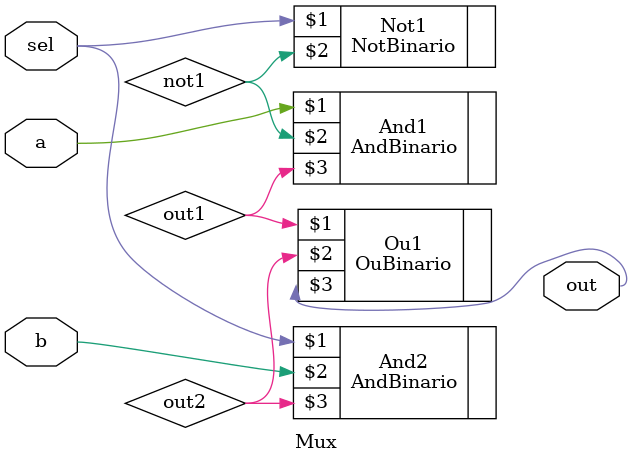
<source format=v>
module Mux(a,b, sel, out);
	input a;
	input b;
	input sel;
	output out;
	wire not1,out1,out2;
		
	NotBinario Not1(sel,not1);
	AndBinario And1(a,not1,out1);
	AndBinario And2(sel,b,out2);
	OuBinario Ou1(out1,out2,out);
endmodule 

</source>
